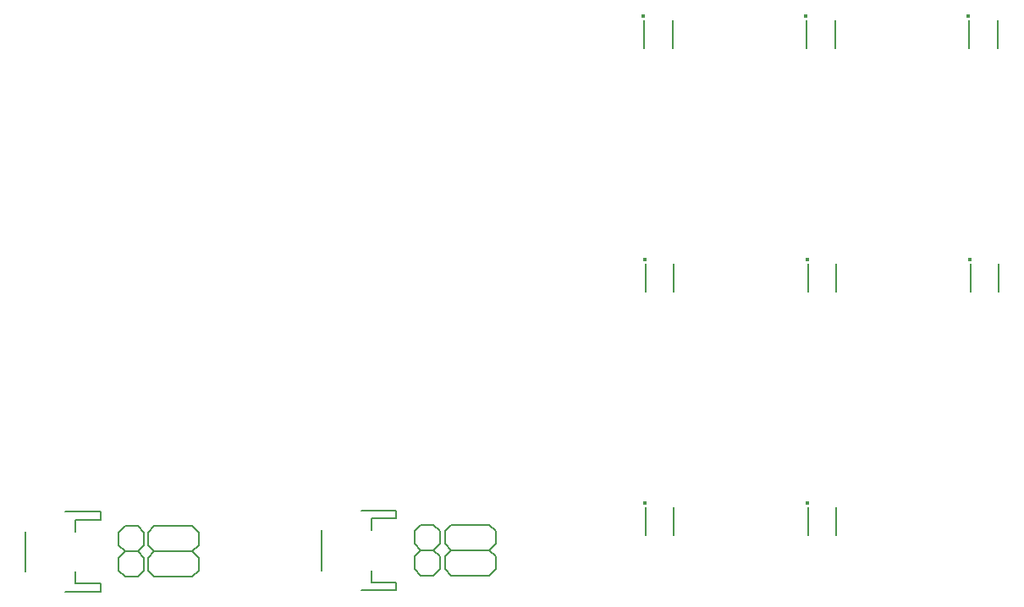
<source format=gbo>
G75*
%MOIN*%
%OFA0B0*%
%FSLAX25Y25*%
%IPPOS*%
%LPD*%
%AMOC8*
5,1,8,0,0,1.08239X$1,22.5*
%
%ADD10C,0.00600*%
%ADD11C,0.00800*%
%ADD12C,0.01575*%
D10*
X0383095Y0029050D02*
X0385595Y0026550D01*
X0390595Y0026550D01*
X0393095Y0029050D01*
X0393095Y0034050D01*
X0390595Y0036550D01*
X0393095Y0039050D01*
X0393095Y0044050D01*
X0390595Y0046550D01*
X0385595Y0046550D01*
X0383095Y0044050D01*
X0383095Y0039050D01*
X0385595Y0036550D01*
X0383095Y0034050D01*
X0383095Y0029050D01*
X0394595Y0029050D02*
X0394595Y0034050D01*
X0397095Y0036550D01*
X0412095Y0036550D01*
X0414595Y0039050D01*
X0414595Y0044050D01*
X0412095Y0046550D01*
X0397095Y0046550D01*
X0394595Y0044050D01*
X0394595Y0039050D01*
X0397095Y0036550D01*
X0390595Y0036550D02*
X0385595Y0036550D01*
X0394595Y0029050D02*
X0397095Y0026550D01*
X0412095Y0026550D01*
X0414595Y0029050D01*
X0414595Y0034050D01*
X0412095Y0036550D01*
X0499595Y0034550D02*
X0499595Y0029550D01*
X0502095Y0027050D01*
X0507095Y0027050D01*
X0509595Y0029550D01*
X0509595Y0034550D01*
X0507095Y0037050D01*
X0509595Y0039550D01*
X0509595Y0044550D01*
X0507095Y0047050D01*
X0502095Y0047050D01*
X0499595Y0044550D01*
X0499595Y0039550D01*
X0502095Y0037050D01*
X0499595Y0034550D01*
X0502095Y0037050D02*
X0507095Y0037050D01*
X0511595Y0034550D02*
X0511595Y0029550D01*
X0514095Y0027050D01*
X0529095Y0027050D01*
X0531595Y0029550D01*
X0531595Y0034550D01*
X0529095Y0037050D01*
X0514095Y0037050D01*
X0511595Y0039550D01*
X0511595Y0044550D01*
X0514095Y0047050D01*
X0529095Y0047050D01*
X0531595Y0044550D01*
X0531595Y0039550D01*
X0529095Y0037050D01*
X0514095Y0037050D02*
X0511595Y0034550D01*
D11*
X0346284Y0028676D02*
X0346284Y0044424D01*
X0365969Y0044424D02*
X0365969Y0049148D01*
X0375812Y0049148D01*
X0375812Y0052298D01*
X0362032Y0052298D01*
X0365969Y0028676D02*
X0365969Y0023952D01*
X0375812Y0023952D01*
X0375812Y0020802D01*
X0362032Y0020802D01*
X0462784Y0029176D02*
X0462784Y0044924D01*
X0482469Y0044924D02*
X0482469Y0049648D01*
X0492312Y0049648D01*
X0492312Y0052798D01*
X0478532Y0052798D01*
X0482469Y0029176D02*
X0482469Y0024452D01*
X0492312Y0024452D01*
X0492312Y0021302D01*
X0478532Y0021302D01*
X0590485Y0043038D02*
X0590485Y0054062D01*
X0601705Y0054062D02*
X0601705Y0043038D01*
X0654485Y0043038D02*
X0654485Y0054062D01*
X0665705Y0054062D02*
X0665705Y0043038D01*
X0665705Y0139038D02*
X0665705Y0150062D01*
X0654485Y0150062D02*
X0654485Y0139038D01*
X0601705Y0139038D02*
X0601705Y0150062D01*
X0590485Y0150062D02*
X0590485Y0139038D01*
X0718485Y0139038D02*
X0718485Y0150062D01*
X0729705Y0150062D02*
X0729705Y0139038D01*
X0729205Y0235038D02*
X0729205Y0246062D01*
X0717985Y0246062D02*
X0717985Y0235038D01*
X0665205Y0235038D02*
X0665205Y0246062D01*
X0653985Y0246062D02*
X0653985Y0235038D01*
X0601205Y0235038D02*
X0601205Y0246062D01*
X0589985Y0246062D02*
X0589985Y0235038D01*
D12*
X0589690Y0247637D03*
X0653690Y0247637D03*
X0717690Y0247637D03*
X0718190Y0151637D03*
X0654190Y0151637D03*
X0590190Y0151637D03*
X0590190Y0055637D03*
X0654190Y0055637D03*
M02*

</source>
